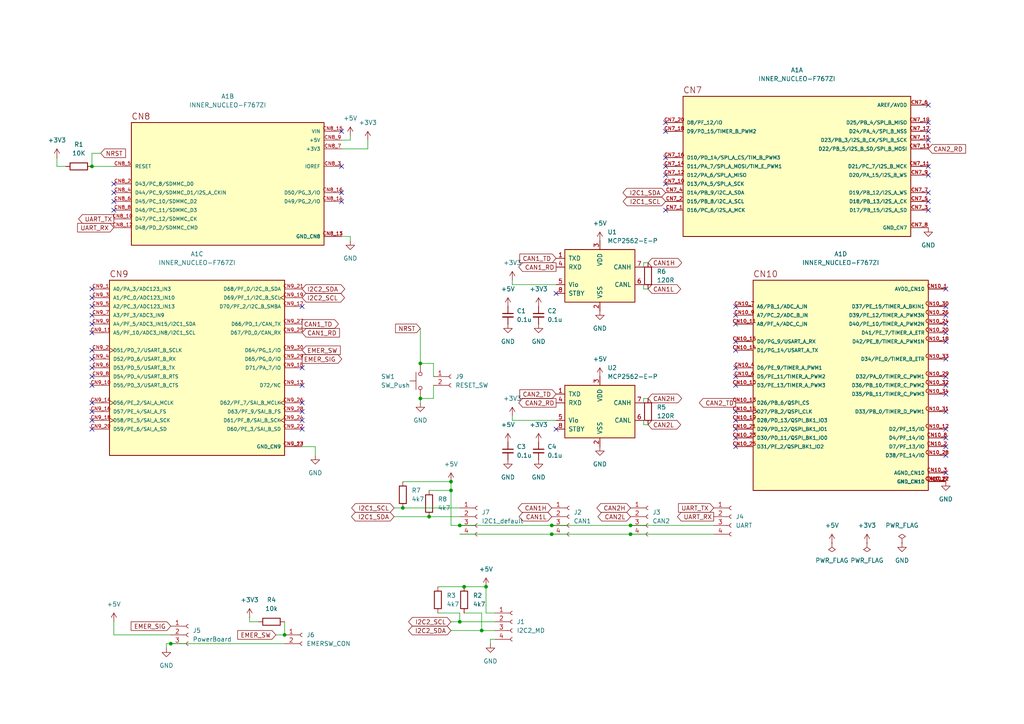
<source format=kicad_sch>
(kicad_sch (version 20231120) (generator "eeschema") (generator_version "8.0")
  (paper "A4")
  (lib_symbols
    (symbol "Connector:Conn_01x02_Socket" (pin_names (offset 1.016) hide)
      (property "Reference" "J" (at 0 2.54 0))
      (property "Value" "Conn_01x02_Socket" (at 0 -5.08 0))
      (symbol "Conn_01x02_Socket_1_1"
        (arc (start 0 -2.032) (mid -0.5058 -2.54) (end 0 -3.048) (stroke (width 0.1524)))
        (polyline (pts (xy -1.27 -2.54) (xy -0.508 -2.54)) (stroke (width 0.1524)))
        (polyline (pts (xy -1.27 0) (xy -0.508 0)) (stroke (width 0.1524)))
        (arc (start 0 0.508) (mid -0.5058 0) (end 0 -0.508) (stroke (width 0.1524)))
        (pin passive line (at -5.08 0 0) (length 3.81) (name "Pin_1") (number "1"))
        (pin passive line (at -5.08 -2.54 0) (length 3.81) (name "Pin_2") (number "2"))
      )
    )
    (symbol "Connector:Conn_01x03_Socket" (pin_names (offset 1.016) hide)
      (property "Reference" "J" (at 0 5.08 0))
      (property "Value" "Conn_01x03_Socket" (at 0 -5.08 0))
      (symbol "Conn_01x03_Socket_1_1"
        (arc (start 0 -2.032) (mid -0.5058 -2.54) (end 0 -3.048) (stroke (width 0.1524)))
        (polyline (pts (xy -1.27 -2.54) (xy -0.508 -2.54)) (stroke (width 0.1524)))
        (polyline (pts (xy -1.27 0) (xy -0.508 0)) (stroke (width 0.1524)))
        (polyline (pts (xy -1.27 2.54) (xy -0.508 2.54)) (stroke (width 0.1524)))
        (arc (start 0 0.508) (mid -0.5058 0) (end 0 -0.508) (stroke (width 0.1524)))
        (arc (start 0 3.048) (mid -0.5058 2.54) (end 0 2.032) (stroke (width 0.1524)))
        (pin passive line (at -5.08 2.54 0) (length 3.81) (name "Pin_1") (number "1"))
        (pin passive line (at -5.08 0 0) (length 3.81) (name "Pin_2") (number "2"))
        (pin passive line (at -5.08 -2.54 0) (length 3.81) (name "Pin_3") (number "3"))
      )
    )
    (symbol "Connector:Conn_01x04_Socket" (pin_names (offset 1.016) hide)
      (property "Reference" "J" (at 0 5.08 0))
      (property "Value" "Conn_01x04_Socket" (at 0 -7.62 0))
      (symbol "Conn_01x04_Socket_1_1"
        (arc (start 0 -4.572) (mid -0.5058 -5.08) (end 0 -5.588) (stroke (width 0.1524)))
        (arc (start 0 -2.032) (mid -0.5058 -2.54) (end 0 -3.048) (stroke (width 0.1524)))
        (polyline (pts (xy -1.27 -5.08) (xy -0.508 -5.08)) (stroke (width 0.1524)))
        (polyline (pts (xy -1.27 -2.54) (xy -0.508 -2.54)) (stroke (width 0.1524)))
        (polyline (pts (xy -1.27 0) (xy -0.508 0)) (stroke (width 0.1524)))
        (polyline (pts (xy -1.27 2.54) (xy -0.508 2.54)) (stroke (width 0.1524)))
        (arc (start 0 0.508) (mid -0.5058 0) (end 0 -0.508) (stroke (width 0.1524)))
        (arc (start 0 3.048) (mid -0.5058 2.54) (end 0 2.032) (stroke (width 0.1524)))
        (pin passive line (at -5.08 2.54 0) (length 3.81) (name "Pin_1") (number "1"))
        (pin passive line (at -5.08 0 0) (length 3.81) (name "Pin_2") (number "2"))
        (pin passive line (at -5.08 -2.54 0) (length 3.81) (name "Pin_3") (number "3"))
        (pin passive line (at -5.08 -5.08 0) (length 3.81) (name "Pin_4") (number "4"))
      )
    )
    (symbol "Device:C_Small" (pin_numbers hide) (pin_names (offset 0.254) hide)
      (property "Reference" "C" (at 0.254 1.778 0))
      (property "Value" "C_Small" (at 0.254 -2.032 0))
      (symbol "C_Small_0_1"
        (polyline (pts (xy -1.524 -0.508) (xy 1.524 -0.508)) (stroke (width 0.3302)))
        (polyline (pts (xy -1.524 0.508) (xy 1.524 0.508)) (stroke (width 0.3048)))
      )
      (symbol "C_Small_1_1"
        (pin passive line (at 0 2.54 270) (length 2.032) (name "~") (number "1"))
        (pin passive line (at 0 -2.54 90) (length 2.032) (name "~") (number "2"))
      )
    )
    (symbol "Device:R" (pin_numbers hide) (pin_names (offset 0))
      (property "Reference" "R" (at 2.032 0 90))
      (property "Value" "R" (at 0 0 90))
      (symbol "R_0_1"
        (rectangle (start -1.016 -2.54) (end 1.016 2.54) (stroke (width 0.254)))
      )
      (symbol "R_1_1"
        (pin passive line (at 0 3.81 270) (length 1.27) (name "~") (number "1"))
        (pin passive line (at 0 -3.81 90) (length 1.27) (name "~") (number "2"))
      )
    )
    (symbol "Interface_CAN_LIN:MCP2562-E-P" (pin_names (offset 1.016))
      (property "Reference" "U" (at -10.16 8.89 0))
      (property "Value" "MCP2562-E-P" (at 2.54 8.89 0))
      (symbol "MCP2562-E-P_0_1"
        (rectangle (start -10.16 7.62) (end 10.16 -7.62) (stroke (width 0.254)) (fill (type background)))
      )
      (symbol "MCP2562-E-P_1_1"
        (pin input line (at -12.7 5.08 0) (length 2.54) (name "TXD") (number "1"))
        (pin power_in line (at 0 -10.16 90) (length 2.54) (name "VSS") (number "2"))
        (pin power_in line (at 0 10.16 270) (length 2.54) (name "VDD") (number "3"))
        (pin output line (at -12.7 2.54 0) (length 2.54) (name "RXD") (number "4"))
        (pin power_in line (at -12.7 -2.54 0) (length 2.54) (name "Vio") (number "5"))
        (pin bidirectional line (at 12.7 -2.54 180) (length 2.54) (name "CANL") (number "6"))
        (pin bidirectional line (at 12.7 2.54 180) (length 2.54) (name "CANH") (number "7"))
        (pin input line (at -12.7 -5.08 0) (length 2.54) (name "STBY") (number "8"))
      )
    )
    (symbol "NUCLEO-F767ZI:INNER_NUCLEO-F767ZI" (pin_names (offset 1.016))
      (property "Reference" "A" (at -12.7 57.15 0))
      (property "Value" "INNER_NUCLEO-F767ZI" (at -12.7 -57.15 0))
      (symbol "INNER_NUCLEO-F767ZI_1_0"
        (rectangle (start -34.29 22.86) (end 31.75 -17.78) (stroke (width 0.254)) (fill (type background)))
        (text "CN7" (at -34.29 23.622 0) (effects (font (size 1.778 1.778)) (justify left bottom)))
        (pin bidirectional line (at -39.37 -10.16 0) (length 5.08) (name "D16/PC_6/I2S_A_MCK") (number "CN7_1"))
        (pin bidirectional line (at -39.37 -2.54 0) (length 5.08) (name "D13/PA_5/SPI_A_SCK") (number "CN7_10"))
        (pin bidirectional line (at 36.83 2.54 180) (length 5.08) (name "D21/PC_7/I2S_B_MCK") (number "CN7_11"))
        (pin bidirectional line (at -39.37 0 0) (length 5.08) (name "D12/PA_6/SPI_A_MISO") (number "CN7_12"))
        (pin bidirectional line (at 36.83 7.62 180) (length 5.08) (name "D22/PB_5/I2S_B_SD/SPI_B_MOSI") (number "CN7_13"))
        (pin bidirectional line (at -39.37 2.54 0) (length 5.08) (name "D11/PA_7/SPI_A_MOSI/TIM_E_PWM1") (number "CN7_14"))
        (pin bidirectional line (at 36.83 10.16 180) (length 5.08) (name "D23/PB_3/I2S_B_CK/SPI_B_SCK") (number "CN7_15"))
        (pin bidirectional line (at -39.37 5.08 0) (length 5.08) (name "D10/PD_14/SPI_A_CS/TIM_B_PWM3") (number "CN7_16"))
        (pin bidirectional line (at 36.83 12.7 180) (length 5.08) (name "D24/PA_4/SPI_B_NSS") (number "CN7_17"))
        (pin bidirectional line (at -39.37 12.7 0) (length 5.08) (name "D9/PD_15/TIMER_B_PWM2") (number "CN7_18"))
        (pin bidirectional line (at 36.83 15.24 180) (length 5.08) (name "D25/PB_4/SPI_B_MISO") (number "CN7_19"))
        (pin bidirectional line (at -39.37 -7.62 0) (length 5.08) (name "D15/PB_8/I2C_A_SCL") (number "CN7_2"))
        (pin bidirectional line (at -39.37 15.24 0) (length 5.08) (name "D8/PF_12/IO") (number "CN7_20"))
        (pin bidirectional line (at 36.83 -10.16 180) (length 5.08) (name "D17/PB_15/I2S_A_SD") (number "CN7_3"))
        (pin bidirectional line (at -39.37 -5.08 0) (length 5.08) (name "D14/PB_9/I2C_A_SDA") (number "CN7_4"))
        (pin bidirectional line (at 36.83 -7.62 180) (length 5.08) (name "D18/PB_13/I2S_A_CK") (number "CN7_5"))
        (pin power_in line (at 36.83 20.32 180) (length 5.08) (name "AREF/AVDD") (number "CN7_6"))
        (pin bidirectional line (at 36.83 -5.08 180) (length 5.08) (name "D19/PB_12/I2S_A_WS") (number "CN7_7"))
        (pin power_in line (at 36.83 -15.24 180) (length 5.08) (name "GND_CN7") (number "CN7_8"))
        (pin bidirectional line (at 36.83 0 180) (length 5.08) (name "D20/PA_15/I2S_B_WS") (number "CN7_9"))
      )
      (symbol "INNER_NUCLEO-F767ZI_2_0"
        (rectangle (start -29.21 19.05) (end 26.67 -16.51) (stroke (width 0.254)) (fill (type background)))
        (text "CN8" (at -29.21 19.812 0) (effects (font (size 1.778 1.778)) (justify left bottom)))
        (pin bidirectional line (at -34.29 -8.89 0) (length 5.08) (name "D47/PC_12/SDMMC_CK") (number "CN8_10"))
        (pin power_in line (at 31.75 -13.97 180) (length 5.08) (name "GND_CN8") (number "CN8_11"))
        (pin bidirectional line (at -34.29 -11.43 0) (length 5.08) (name "D48/PD_2/SDMMC_CMD") (number "CN8_12"))
        (pin power_in line (at 31.75 -13.97 180) (length 5.08) (name "GND_CN8") (number "CN8_13"))
        (pin bidirectional line (at 31.75 -3.81 180) (length 5.08) (name "D49/PG_2/IO") (number "CN8_14"))
        (pin power_in line (at 31.75 16.51 180) (length 5.08) (name "VIN") (number "CN8_15"))
        (pin bidirectional line (at 31.75 -1.27 180) (length 5.08) (name "D50/PG_3/IO") (number "CN8_16"))
        (pin bidirectional line (at -34.29 1.27 0) (length 5.08) (name "D43/PC_8/SDMMC_D0") (number "CN8_2"))
        (pin bidirectional line (at 31.75 6.35 180) (length 5.08) (name "IOREF") (number "CN8_3"))
        (pin bidirectional line (at -34.29 -1.27 0) (length 5.08) (name "D44/PC_9/SDMMC_D1/I2S_A_CKIN") (number "CN8_4"))
        (pin bidirectional line (at -34.29 6.35 0) (length 5.08) (name "RESET") (number "CN8_5"))
        (pin bidirectional line (at -34.29 -3.81 0) (length 5.08) (name "D45/PC_10/SDMMC_D2") (number "CN8_6"))
        (pin power_in line (at 31.75 11.43 180) (length 5.08) (name "+3V3") (number "CN8_7"))
        (pin bidirectional line (at -34.29 -6.35 0) (length 5.08) (name "D46/PC_11/SDMMC_D3") (number "CN8_8"))
        (pin power_in line (at 31.75 13.97 180) (length 5.08) (name "+5V") (number "CN8_9"))
      )
      (symbol "INNER_NUCLEO-F767ZI_3_0"
        (rectangle (start -25.4 27.94) (end 25.4 -22.86) (stroke (width 0.254)) (fill (type background)))
        (text "CN9" (at -25.4 28.702 0) (effects (font (size 1.778 1.778)) (justify left bottom)))
        (pin input line (at -30.48 25.4 0) (length 5.08) (name "A0/PA_3/ADC123_IN3") (number "CN9_1"))
        (pin bidirectional line (at -30.48 -2.54 0) (length 5.08) (name "D55/PD_3/USART_B_CTS") (number "CN9_10"))
        (pin input line (at -30.48 12.7 0) (length 5.08) (name "A5/PF_10/ADC3_IN8/I2C1_SCL") (number "CN9_11"))
        (pin power_in line (at 30.48 -20.32 180) (length 5.08) (name "GND_CN9") (number "CN9_12"))
        (pin bidirectional line (at 30.48 -2.54 180) (length 5.08) (name "D72/NC") (number "CN9_13"))
        (pin bidirectional clock (at -30.48 -7.62 0) (length 5.08) (name "D56/PE_2/SAI_A_MCLK") (number "CN9_14"))
        (pin bidirectional line (at 30.48 2.54 180) (length 5.08) (name "D71/PA_7/IO") (number "CN9_15"))
        (pin bidirectional line (at -30.48 -10.16 0) (length 5.08) (name "D57/PE_4/SAI_A_FS") (number "CN9_16"))
        (pin bidirectional line (at 30.48 20.32 180) (length 5.08) (name "D70/PF_2/I2C_B_SMBA") (number "CN9_17"))
        (pin bidirectional clock (at -30.48 -12.7 0) (length 5.08) (name "D58/PE_5/SAI_A_SCK") (number "CN9_18"))
        (pin bidirectional clock (at 30.48 22.86 180) (length 5.08) (name "D69/PF_1/I2C_B_SCL") (number "CN9_19"))
        (pin bidirectional clock (at -30.48 7.62 0) (length 5.08) (name "D51/PD_7/USART_B_SCLK") (number "CN9_2"))
        (pin bidirectional line (at -30.48 -15.24 0) (length 5.08) (name "D59/PE_6/SAI_A_SD") (number "CN9_20"))
        (pin bidirectional line (at 30.48 25.4 180) (length 5.08) (name "D68/PF_0/I2C_B_SDA") (number "CN9_21"))
        (pin bidirectional line (at 30.48 -15.24 180) (length 5.08) (name "D60/PE_3/SAI_B_SD") (number "CN9_22"))
        (pin power_in line (at 30.48 -20.32 180) (length 5.08) (name "GND_CN9") (number "CN9_23"))
        (pin bidirectional clock (at 30.48 -12.7 180) (length 5.08) (name "D61/PF_8/SAI_B_SCK") (number "CN9_24"))
        (pin input line (at 30.48 12.7 180) (length 5.08) (name "D67/PD_0/CAN_RX") (number "CN9_25"))
        (pin bidirectional clock (at 30.48 -7.62 180) (length 5.08) (name "D62/PF_7/SAI_B_MCLK") (number "CN9_26"))
        (pin output line (at 30.48 15.24 180) (length 5.08) (name "D66/PD_1/CAN_TX") (number "CN9_27"))
        (pin bidirectional line (at 30.48 -10.16 180) (length 5.08) (name "D63/PF_9/SAI_B_FS") (number "CN9_28"))
        (pin bidirectional line (at 30.48 5.08 180) (length 5.08) (name "D65/PG_0/IO") (number "CN9_29"))
        (pin input line (at -30.48 22.86 0) (length 5.08) (name "A1/PC_0/ADC123_IN10") (number "CN9_3"))
        (pin bidirectional line (at 30.48 7.62 180) (length 5.08) (name "D64/PG_1/IO") (number "CN9_30"))
        (pin bidirectional line (at -30.48 5.08 0) (length 5.08) (name "D52/PD_6/USART_B_RX") (number "CN9_4"))
        (pin input line (at -30.48 20.32 0) (length 5.08) (name "A2/PC_3/ADC123_IN13") (number "CN9_5"))
        (pin bidirectional line (at -30.48 2.54 0) (length 5.08) (name "D53/PD_5/USART_B_TX") (number "CN9_6"))
        (pin input line (at -30.48 17.78 0) (length 5.08) (name "A3/PF_3/ADC3_IN9") (number "CN9_7"))
        (pin bidirectional line (at -30.48 0 0) (length 5.08) (name "D54/PD_4/USART_B_RTS") (number "CN9_8"))
        (pin input line (at -30.48 15.24 0) (length 5.08) (name "A4/PF_5/ADC3_IN15/I2C1_SDA") (number "CN9_9"))
      )
      (symbol "INNER_NUCLEO-F767ZI_4_0"
        (rectangle (start -24.13 29.21) (end 26.67 -31.75) (stroke (width 0.254)) (fill (type background)))
        (text "CN10" (at -24.13 29.972 0) (effects (font (size 1.778 1.778)) (justify left bottom)))
        (pin power_in line (at 31.75 26.67 180) (length 5.08) (name "AVDD_CN10") (number "CN10_1"))
        (pin bidirectional line (at -29.21 -1.27 0) (length 5.08) (name "D3/PE_13/TIMER_A_PWM3") (number "CN10_10"))
        (pin input line (at -29.21 16.51 0) (length 5.08) (name "A8/PF_4/ADC_C_IN") (number "CN10_11"))
        (pin bidirectional line (at 31.75 -13.97 180) (length 5.08) (name "D2/PF_15/IO") (number "CN10_12"))
        (pin bidirectional line (at -29.21 -6.35 0) (length 5.08) (name "D26/PB_6/QSPI_CS") (number "CN10_13"))
        (pin output line (at -29.21 8.89 0) (length 5.08) (name "D1/PG_14/USART_A_TX") (number "CN10_14"))
        (pin bidirectional clock (at -29.21 -8.89 0) (length 5.08) (name "D27/PB_2/QSPI_CLK") (number "CN10_15"))
        (pin input line (at -29.21 11.43 0) (length 5.08) (name "D0/PG_9/USART_A_RX") (number "CN10_16"))
        (pin power_in line (at 31.75 -29.21 180) (length 5.08) (name "GND_CN10") (number "CN10_17"))
        (pin bidirectional line (at 31.75 11.43 180) (length 5.08) (name "D42/PE_8/TIMER_A_PWM1N") (number "CN10_18"))
        (pin bidirectional line (at -29.21 -11.43 0) (length 5.08) (name "D28/PD_13/QSPI_BK1_IO3") (number "CN10_19"))
        (pin bidirectional line (at 31.75 -19.05 180) (length 5.08) (name "D7/PF_13/IO") (number "CN10_2"))
        (pin bidirectional line (at 31.75 13.97 180) (length 5.08) (name "D41/PE_7/TIMER_A_ETR") (number "CN10_20"))
        (pin bidirectional line (at -29.21 -13.97 0) (length 5.08) (name "D29/PD_12/QSPI_BK1_IO1") (number "CN10_21"))
        (pin power_in line (at 31.75 -29.21 180) (length 5.08) (name "GND_CN10") (number "CN10_22"))
        (pin bidirectional line (at -29.21 -16.51 0) (length 5.08) (name "D30/PD_11/QSPI_BK1_IO0") (number "CN10_23"))
        (pin bidirectional line (at 31.75 16.51 180) (length 5.08) (name "D40/PE_10/TIMER_A_PWM2N") (number "CN10_24"))
        (pin bidirectional line (at -29.21 -19.05 0) (length 5.08) (name "D31/PE_2/QSPI_BK1_IO2") (number "CN10_25"))
        (pin bidirectional line (at 31.75 19.05 180) (length 5.08) (name "D39/PE_12/TIMER_A_PWM3N") (number "CN10_26"))
        (pin power_in line (at 31.75 -29.21 180) (length 5.08) (name "GND_CN10") (number "CN10_27"))
        (pin bidirectional line (at 31.75 -21.59 180) (length 5.08) (name "D38/PE_14/IO") (number "CN10_28"))
        (pin bidirectional line (at 31.75 1.27 180) (length 5.08) (name "D32/PA_0/TIMER_C_PWM1") (number "CN10_29"))
        (pin power_in line (at 31.75 -26.67 180) (length 5.08) (name "AGND_CN10") (number "CN10_3"))
        (pin bidirectional line (at 31.75 21.59 180) (length 5.08) (name "D37/PE_15/TIMER_A_BKIN1") (number "CN10_30"))
        (pin bidirectional line (at 31.75 -8.89 180) (length 5.08) (name "D33/PB_0/TIMER_D_PWM1") (number "CN10_31"))
        (pin bidirectional line (at 31.75 -1.27 180) (length 5.08) (name "D36/PB_10/TIMER_C_PWM2") (number "CN10_32"))
        (pin bidirectional line (at 31.75 6.35 180) (length 5.08) (name "D34/PE_0/TIMER_B_ETR") (number "CN10_33"))
        (pin bidirectional line (at 31.75 -3.81 180) (length 5.08) (name "D35/PB_11/TIMER_C_PWM3") (number "CN10_34"))
        (pin bidirectional line (at -29.21 3.81 0) (length 5.08) (name "D6/PE_9/TIMER_A_PWM1") (number "CN10_4"))
        (pin power_in line (at 31.75 -29.21 180) (length 5.08) (name "GND_CN10") (number "CN10_5"))
        (pin bidirectional line (at -29.21 1.27 0) (length 5.08) (name "D5/PE_11/TIMER_A_PWM2") (number "CN10_6"))
        (pin input line (at -29.21 21.59 0) (length 5.08) (name "A6/PB_1/ADC_A_IN") (number "CN10_7"))
        (pin bidirectional line (at 31.75 -16.51 180) (length 5.08) (name "D4/PF_14/IO") (number "CN10_8"))
        (pin input line (at -29.21 19.05 0) (length 5.08) (name "A7/PC_2/ADC_B_IN") (number "CN10_9"))
      )
    )
    (symbol "Switch:SW_Push" (pin_numbers hide) (pin_names (offset 1.016) hide)
      (property "Reference" "SW" (at 1.27 2.54 0))
      (property "Value" "SW_Push" (at 0 -1.524 0))
      (symbol "SW_Push_0_1"
        (circle (center -2.032 0) (radius 0.508))
        (polyline (pts (xy 0 1.27) (xy 0 3.048)))
        (polyline (pts (xy 2.54 1.27) (xy -2.54 1.27)))
        (circle (center 2.032 0) (radius 0.508))
        (pin passive line (at -5.08 0 0) (length 2.54) (name "1") (number "1"))
        (pin passive line (at 5.08 0 180) (length 2.54) (name "2") (number "2"))
      )
    )
    (symbol "power:+3V3" (power) (pin_numbers hide) (pin_names (offset 0) hide)
      (property "Value" "+3V3" (at 0 3.556 0))
      (symbol "+3V3_0_1"
        (polyline (pts (xy -0.762 1.27) (xy 0 2.54)))
        (polyline (pts (xy 0 0) (xy 0 2.54)))
        (polyline (pts (xy 0 2.54) (xy 0.762 1.27)))
      )
      (symbol "+3V3_1_1"
        (pin power_in line (at 0 0 90) (length 0) (name "~") (number "1"))
      )
    )
    (symbol "power:+5V" (power) (pin_numbers hide) (pin_names (offset 0) hide)
      (property "Value" "+5V" (at 0 3.556 0))
      (symbol "+5V_0_1"
        (polyline (pts (xy -0.762 1.27) (xy 0 2.54)))
        (polyline (pts (xy 0 0) (xy 0 2.54)))
        (polyline (pts (xy 0 2.54) (xy 0.762 1.27)))
      )
      (symbol "+5V_1_1"
        (pin power_in line (at 0 0 90) (length 0) (name "~") (number "1"))
      )
    )
    (symbol "power:GND" (power) (pin_numbers hide) (pin_names (offset 0) hide)
      (property "Value" "GND" (at 0 -3.81 0))
      (symbol "GND_0_1"
        (polyline (pts (xy 0 0) (xy 0 -1.27) (xy 1.27 -1.27) (xy 0 -2.54) (xy -1.27 -1.27) (xy 0 -1.27)))
      )
      (symbol "GND_1_1"
        (pin power_in line (at 0 0 270) (length 0) (name "~") (number "1"))
      )
    )
    (symbol "power:PWR_FLAG" (power) (pin_numbers hide) (pin_names (offset 0) hide)
      (property "Value" "PWR_FLAG" (at 0 3.81 0))
      (symbol "PWR_FLAG_0_0"
        (pin power_out line (at 0 0 90) (length 0) (name "~") (number "1"))
      )
      (symbol "PWR_FLAG_0_1"
        (polyline (pts (xy 0 0) (xy 0 1.27) (xy -1.016 1.905) (xy 0 2.54) (xy 1.016 1.905) (xy 0 1.27)))
      )
    )
  )
  (junction (at 133.35 152.4))
  (junction (at 124.46 149.86))
  (junction (at 140.97 170.18))
  (junction (at 49.53 186.69))
  (junction (at 182.88 154.94))
  (junction (at 160.02 154.94))
  (junction (at 133.35 180.34))
  (junction (at 182.88 152.4))
  (junction (at 116.84 147.32))
  (junction (at 26.67 48.26))
  (junction (at 82.55 184.15))
  (junction (at 121.92 115.57))
  (junction (at 139.7 182.88))
  (junction (at 121.92 105.41))
  (junction (at 130.81 142.24))
  (junction (at 130.81 139.7))
  (junction (at 134.62 170.18))
  (junction (at 160.02 152.4))
  (no_connect (at 87.63 111.76))
  (no_connect (at 274.32 114.3))
  (no_connect (at 99.06 58.42))
  (no_connect (at 193.04 48.26))
  (no_connect (at 99.06 48.26))
  (no_connect (at 213.36 101.6))
  (no_connect (at 193.04 60.96))
  (no_connect (at 193.04 50.8))
  (no_connect (at 87.63 116.84))
  (no_connect (at 269.24 55.88))
  (no_connect (at 269.24 35.56))
  (no_connect (at 213.36 121.92))
  (no_connect (at 33.02 60.96))
  (no_connect (at 87.63 119.38))
  (no_connect (at 274.32 88.9))
  (no_connect (at 269.24 50.8))
  (no_connect (at 269.24 30.48))
  (no_connect (at 26.67 83.82))
  (no_connect (at 26.67 119.38))
  (no_connect (at 26.67 96.52))
  (no_connect (at 87.63 124.46))
  (no_connect (at 213.36 88.9))
  (no_connect (at 274.32 137.16))
  (no_connect (at 99.06 38.1))
  (no_connect (at 213.36 127))
  (no_connect (at 193.04 35.56))
  (no_connect (at 213.36 93.98))
  (no_connect (at 26.67 101.6))
  (no_connect (at 26.67 86.36))
  (no_connect (at 269.24 60.96))
  (no_connect (at 213.36 99.06))
  (no_connect (at 269.24 38.1))
  (no_connect (at 33.02 55.88))
  (no_connect (at 33.02 58.42))
  (no_connect (at 193.04 38.1))
  (no_connect (at 213.36 124.46))
  (no_connect (at 274.32 83.82))
  (no_connect (at 274.32 99.06))
  (no_connect (at 26.67 106.68))
  (no_connect (at 33.02 53.34))
  (no_connect (at 99.06 55.88))
  (no_connect (at 26.67 91.44))
  (no_connect (at 87.63 106.68))
  (no_connect (at 87.63 121.92))
  (no_connect (at 193.04 53.34))
  (no_connect (at 213.36 119.38))
  (no_connect (at 269.24 58.42))
  (no_connect (at 274.32 132.08))
  (no_connect (at 26.67 116.84))
  (no_connect (at 213.36 106.68))
  (no_connect (at 213.36 109.22))
  (no_connect (at 26.67 111.76))
  (no_connect (at 274.32 124.46))
  (no_connect (at 193.04 45.72))
  (no_connect (at 26.67 124.46))
  (no_connect (at 213.36 129.54))
  (no_connect (at 26.67 109.22))
  (no_connect (at 213.36 91.44))
  (no_connect (at 269.24 40.64))
  (no_connect (at 274.32 104.14))
  (no_connect (at 274.32 96.52))
  (no_connect (at 26.67 93.98))
  (no_connect (at 161.29 124.46))
  (no_connect (at 87.63 88.9))
  (no_connect (at 274.32 93.98))
  (no_connect (at 213.36 111.76))
  (no_connect (at 274.32 127))
  (no_connect (at 161.29 85.09))
  (no_connect (at 26.67 121.92))
  (no_connect (at 26.67 88.9))
  (no_connect (at 274.32 111.76))
  (no_connect (at 274.32 109.22))
  (no_connect (at 274.32 129.54))
  (no_connect (at 26.67 104.14))
  (no_connect (at 274.32 119.38))
  (no_connect (at 274.32 91.44))
  (no_connect (at 269.24 48.26))
  (wire (pts (xy 130.81 152.4) (xy 133.35 152.4)))
  (wire (pts (xy 130.81 139.7) (xy 130.81 142.24)))
  (wire (pts (xy 101.6 40.64) (xy 101.6 39.37)))
  (wire (pts (xy 148.59 120.65) (xy 148.59 121.92)))
  (wire (pts (xy 182.88 154.94) (xy 207.01 154.94)))
  (wire (pts (xy 187.96 115.57) (xy 186.69 115.57)))
  (wire (pts (xy 82.55 180.34) (xy 82.55 184.15)))
  (wire (pts (xy 186.69 76.2) (xy 186.69 77.47)))
  (wire (pts (xy 116.84 147.32) (xy 133.35 147.32)))
  (wire (pts (xy 114.3 149.86) (xy 124.46 149.86)))
  (wire (pts (xy 99.06 43.18) (xy 106.68 43.18)))
  (wire (pts (xy 186.69 83.82) (xy 186.69 82.55)))
  (wire (pts (xy 130.81 180.34) (xy 133.35 180.34)))
  (wire (pts (xy 101.6 68.58) (xy 101.6 69.85)))
  (wire (pts (xy 125.73 111.76) (xy 125.73 115.57)))
  (wire (pts (xy 26.67 48.26) (xy 33.02 48.26)))
  (wire (pts (xy 125.73 109.22) (xy 125.73 105.41)))
  (wire (pts (xy 33.02 184.15) (xy 49.53 184.15)))
  (wire (pts (xy 114.3 147.32) (xy 116.84 147.32)))
  (wire (pts (xy 139.7 177.8) (xy 139.7 182.88)))
  (wire (pts (xy 80.01 184.15) (xy 82.55 184.15)))
  (wire (pts (xy 127 170.18) (xy 134.62 170.18)))
  (wire (pts (xy 106.68 43.18) (xy 106.68 40.64)))
  (wire (pts (xy 127 177.8) (xy 133.35 177.8)))
  (wire (pts (xy 148.59 81.28) (xy 148.59 82.55)))
  (wire (pts (xy 142.24 186.69) (xy 142.24 185.42)))
  (wire (pts (xy 99.06 68.58) (xy 101.6 68.58)))
  (wire (pts (xy 133.35 180.34) (xy 143.51 180.34)))
  (wire (pts (xy 187.96 76.2) (xy 186.69 76.2)))
  (wire (pts (xy 140.97 177.8) (xy 143.51 177.8)))
  (wire (pts (xy 29.21 44.45) (xy 26.67 44.45)))
  (wire (pts (xy 142.24 185.42) (xy 143.51 185.42)))
  (wire (pts (xy 160.02 154.94) (xy 182.88 154.94)))
  (wire (pts (xy 133.35 152.4) (xy 160.02 152.4)))
  (wire (pts (xy 133.35 154.94) (xy 160.02 154.94)))
  (wire (pts (xy 130.81 142.24) (xy 130.81 152.4)))
  (wire (pts (xy 130.81 182.88) (xy 139.7 182.88)))
  (wire (pts (xy 33.02 180.34) (xy 33.02 184.15)))
  (wire (pts (xy 116.84 139.7) (xy 130.81 139.7)))
  (wire (pts (xy 134.62 177.8) (xy 139.7 177.8)))
  (wire (pts (xy 72.39 180.34) (xy 74.93 180.34)))
  (wire (pts (xy 99.06 40.64) (xy 101.6 40.64)))
  (wire (pts (xy 125.73 115.57) (xy 121.92 115.57)))
  (wire (pts (xy 148.59 82.55) (xy 161.29 82.55)))
  (wire (pts (xy 121.92 116.84) (xy 121.92 115.57)))
  (wire (pts (xy 125.73 105.41) (xy 121.92 105.41)))
  (wire (pts (xy 16.51 45.72) (xy 16.51 48.26)))
  (wire (pts (xy 160.02 152.4) (xy 182.88 152.4)))
  (wire (pts (xy 48.26 186.69) (xy 49.53 186.69)))
  (wire (pts (xy 139.7 182.88) (xy 143.51 182.88)))
  (wire (pts (xy 182.88 152.4) (xy 207.01 152.4)))
  (wire (pts (xy 16.51 48.26) (xy 19.05 48.26)))
  (wire (pts (xy 48.26 187.96) (xy 48.26 186.69)))
  (wire (pts (xy 26.67 44.45) (xy 26.67 48.26)))
  (wire (pts (xy 121.92 95.25) (xy 121.92 105.41)))
  (wire (pts (xy 72.39 179.07) (xy 72.39 180.34)))
  (wire (pts (xy 148.59 121.92) (xy 161.29 121.92)))
  (wire (pts (xy 124.46 149.86) (xy 133.35 149.86)))
  (wire (pts (xy 133.35 177.8) (xy 133.35 180.34)))
  (wire (pts (xy 124.46 142.24) (xy 130.81 142.24)))
  (wire (pts (xy 91.44 129.54) (xy 87.63 129.54)))
  (wire (pts (xy 186.69 115.57) (xy 186.69 116.84)))
  (wire (pts (xy 186.69 123.19) (xy 186.69 121.92)))
  (wire (pts (xy 91.44 132.08) (xy 91.44 129.54)))
  (wire (pts (xy 186.69 123.19) (xy 187.96 123.19)))
  (wire (pts (xy 134.62 170.18) (xy 140.97 170.18)))
  (wire (pts (xy 186.69 83.82) (xy 187.96 83.82)))
  (wire (pts (xy 140.97 170.18) (xy 140.97 177.8)))
  (wire (pts (xy 49.53 186.69) (xy 82.55 186.69)))
  (global_label "UART_TX" (shape input) (at 207.01 147.32 180) (property "Intersheetrefs" "${INTERSHEET_REFS}" (effects (hide yes))))
  (global_label "NRST" (shape input) (at 29.21 44.45 0) (property "Intersheetrefs" "${INTERSHEET_REFS}" (effects (hide yes))))
  (global_label "CAN2_TD" (shape output) (at 213.36 116.84 180) (property "Intersheetrefs" "${INTERSHEET_REFS}" (effects (hide yes))))
  (global_label "CAN2L" (shape bidirectional) (at 187.96 123.19 0) (property "Intersheetrefs" "${INTERSHEET_REFS}" (effects (hide yes))))
  (global_label "I2C2_SCL" (shape bidirectional) (at 130.81 180.34 180) (property "Intersheetrefs" "${INTERSHEET_REFS}" (effects (hide yes))))
  (global_label "I2C1_SCL" (shape bidirectional) (at 193.04 58.42 180) (property "Intersheetrefs" "${INTERSHEET_REFS}" (effects (hide yes))))
  (global_label "UART_RX" (shape output) (at 207.01 149.86 180) (property "Intersheetrefs" "${INTERSHEET_REFS}" (effects (hide yes))))
  (global_label "I2C1_SDA" (shape bidirectional) (at 193.04 55.88 180) (property "Intersheetrefs" "${INTERSHEET_REFS}" (effects (hide yes))))
  (global_label "EMER_SIG" (shape input) (at 49.53 181.61 180) (property "Intersheetrefs" "${INTERSHEET_REFS}" (effects (hide yes))))
  (global_label "CAN2L" (shape bidirectional) (at 182.88 149.86 180) (property "Intersheetrefs" "${INTERSHEET_REFS}" (effects (hide yes))))
  (global_label "I2C2_SDA" (shape bidirectional) (at 130.81 182.88 180) (property "Intersheetrefs" "${INTERSHEET_REFS}" (effects (hide yes))))
  (global_label "EMER_SW" (shape input) (at 87.63 101.6 0) (property "Intersheetrefs" "${INTERSHEET_REFS}" (effects (hide yes))))
  (global_label "UART_TX" (shape output) (at 33.02 63.5 180) (property "Intersheetrefs" "${INTERSHEET_REFS}" (effects (hide yes))))
  (global_label "CAN1_RD" (shape output) (at 161.29 77.47 180) (property "Intersheetrefs" "${INTERSHEET_REFS}" (effects (hide yes))))
  (global_label "I2C2_SDA" (shape bidirectional) (at 87.63 83.82 0) (property "Intersheetrefs" "${INTERSHEET_REFS}" (effects (hide yes))))
  (global_label "I2C1_SDA" (shape bidirectional) (at 114.3 149.86 180) (property "Intersheetrefs" "${INTERSHEET_REFS}" (effects (hide yes))))
  (global_label "CAN2_TD" (shape input) (at 161.29 114.3 180) (property "Intersheetrefs" "${INTERSHEET_REFS}" (effects (hide yes))))
  (global_label "CAN1H" (shape bidirectional) (at 187.96 76.2 0) (property "Intersheetrefs" "${INTERSHEET_REFS}" (effects (hide yes))))
  (global_label "CAN2_RD" (shape output) (at 161.29 116.84 180) (property "Intersheetrefs" "${INTERSHEET_REFS}" (effects (hide yes))))
  (global_label "CAN2H" (shape bidirectional) (at 187.96 115.57 0) (property "Intersheetrefs" "${INTERSHEET_REFS}" (effects (hide yes))))
  (global_label "CAN2_RD" (shape input) (at 269.24 43.18 0) (property "Intersheetrefs" "${INTERSHEET_REFS}" (effects (hide yes))))
  (global_label "CAN1L" (shape bidirectional) (at 187.96 83.82 0) (property "Intersheetrefs" "${INTERSHEET_REFS}" (effects (hide yes))))
  (global_label "I2C2_SCL" (shape bidirectional) (at 87.63 86.36 0) (property "Intersheetrefs" "${INTERSHEET_REFS}" (effects (hide yes))))
  (global_label "CAN1_TD" (shape input) (at 161.29 74.93 180) (property "Intersheetrefs" "${INTERSHEET_REFS}" (effects (hide yes))))
  (global_label "CAN1H" (shape bidirectional) (at 160.02 147.32 180) (property "Intersheetrefs" "${INTERSHEET_REFS}" (effects (hide yes))))
  (global_label "UART_RX" (shape input) (at 33.02 66.04 180) (property "Intersheetrefs" "${INTERSHEET_REFS}" (effects (hide yes))))
  (global_label "EMER_SW" (shape input) (at 80.01 184.15 180) (property "Intersheetrefs" "${INTERSHEET_REFS}" (effects (hide yes))))
  (global_label "CAN2H" (shape bidirectional) (at 182.88 147.32 180) (property "Intersheetrefs" "${INTERSHEET_REFS}" (effects (hide yes))))
  (global_label "CAN1L" (shape bidirectional) (at 160.02 149.86 180) (property "Intersheetrefs" "${INTERSHEET_REFS}" (effects (hide yes))))
  (global_label "CAN1_RD" (shape input) (at 87.63 96.52 0) (property "Intersheetrefs" "${INTERSHEET_REFS}" (effects (hide yes))))
  (global_label "I2C1_SCL" (shape bidirectional) (at 114.3 147.32 180) (property "Intersheetrefs" "${INTERSHEET_REFS}" (effects (hide yes))))
  (global_label "CAN1_TD" (shape output) (at 87.63 93.98 0) (property "Intersheetrefs" "${INTERSHEET_REFS}" (effects (hide yes))))
  (global_label "NRST" (shape input) (at 121.92 95.25 180) (property "Intersheetrefs" "${INTERSHEET_REFS}" (effects (hide yes))))
  (global_label "EMER_SIG" (shape output) (at 87.63 104.14 0) (property "Intersheetrefs" "${INTERSHEET_REFS}" (effects (hide yes))))
  (symbol (lib_id "Connector:Conn_01x04_Socket") (at 148.59 180.34 0) (unit 1)
    (property "Reference" "J1" (at 149.86 180.3399 0) (effects (justify left)))
    (property "Value" "I2C2_MD" (at 149.86 182.8799 0) (effects (justify left)))
    (property "Footprint" "Connector_JST:JST_XA_B04B-XASK-1_1x04_P2.50mm_Vertical" (effects (hide yes)))
    (property "Description" "Generic connector, single row, 01x04, script generated" (effects (hide yes)))
  )
  (symbol (lib_id "power:+5V") (at 140.97 170.18 0) (unit 1)
    (property "Reference" "#PWR012" (effects (hide yes)))
    (property "Value" "+5V" (at 140.97 165.1 0))
    (property "Description" "Power symbol creates a global label with name \"+5V\"" (effects (hide yes)))
  )
  (symbol (lib_id "Connector:Conn_01x04_Socket") (at 187.96 149.86 0) (unit 1)
    (property "Reference" "J3" (at 189.23 148.59 0) (effects (justify left)))
    (property "Value" "CAN2" (at 189.23 151.13 0) (effects (justify left)))
    (property "Footprint" "Connector_JST:JST_XA_B04B-XASK-1_1x04_P2.50mm_Vertical" (effects (hide yes)))
    (property "Description" "Generic connector, single row, 01x04, script generated" (effects (hide yes)))
  )
  (symbol (lib_id "Device:C_Small") (at 156.21 91.44 0) (unit 1)
    (property "Reference" "C2" (at 158.75 90.1762 0) (effects (justify left)))
    (property "Value" "0.1u" (at 158.75 92.7162 0) (effects (justify left)))
    (property "Description" "Unpolarized capacitor, small symbol" (effects (hide yes)))
  )
  (symbol (lib_id "power:GND") (at 173.99 90.17 0) (unit 1)
    (property "Reference" "#PWR010" (effects (hide yes)))
    (property "Value" "GND" (at 173.99 95.25 0))
    (property "Description" "Power symbol creates a global label with name \"GND\" , ground" (effects (hide yes)))
  )
  (symbol (lib_id "Device:R") (at 187.96 119.38 0) (unit 1)
    (property "Reference" "R5" (at 190.5 118.1099 0) (effects (justify left)))
    (property "Value" "120R" (at 190.5 120.6499 0) (effects (justify left)))
    (property "Footprint" "Resistor_THT:R_Axial_DIN0207_L6.3mm_D2.5mm_P7.62mm_Horizontal" (effects (hide yes)))
    (property "Description" "Resistor" (effects (hide yes)))
  )
  (symbol (lib_id "power:+3V3") (at 156.21 128.27 0) (unit 1)
    (property "Reference" "#PWR026" (effects (hide yes)))
    (property "Value" "+3V3" (at 156.21 123.19 0))
    (property "Description" "Power symbol creates a global label with name \"+3V3\"" (effects (hide yes)))
  )
  (symbol (lib_id "power:GND") (at 269.24 66.04 0) (unit 1)
    (property "Reference" "#PWR020" (effects (hide yes)))
    (property "Value" "GND" (at 269.24 71.12 0))
    (property "Description" "Power symbol creates a global label with name \"GND\" , ground" (effects (hide yes)))
  )
  (symbol (lib_id "power:GND") (at 147.32 133.35 0) (unit 1)
    (property "Reference" "#PWR028" (effects (hide yes)))
    (property "Value" "GND" (at 147.32 138.43 0))
    (property "Description" "Power symbol creates a global label with name \"GND\" , ground" (effects (hide yes)))
  )
  (symbol (lib_id "power:+5V") (at 173.99 69.85 0) (unit 1)
    (property "Reference" "#PWR09" (effects (hide yes)))
    (property "Value" "+5V" (at 173.99 64.77 0))
    (property "Description" "Power symbol creates a global label with name \"+5V\"" (effects (hide yes)))
  )
  (symbol (lib_id "Switch:SW_Push") (at 121.92 110.49 90) (unit 1)
    (property "Reference" "SW1" (at 110.49 109.22 90) (effects (justify right)))
    (property "Value" "SW_Push" (at 110.49 111.76 90) (effects (justify right)))
    (property "Footprint" "Button_Switch_THT:SW_PUSH_6mm" (effects (hide yes)))
    (property "Description" "Push button switch, generic, two pins" (effects (hide yes)))
  )
  (symbol (lib_id "power:GND") (at 147.32 93.98 0) (unit 1)
    (property "Reference" "#PWR030" (effects (hide yes)))
    (property "Value" "GND" (at 147.32 99.06 0))
    (property "Description" "Power symbol creates a global label with name \"GND\" , ground" (effects (hide yes)))
  )
  (symbol (lib_id "Device:R") (at 116.84 143.51 0) (unit 1)
    (property "Reference" "R7" (at 119.38 142.2399 0) (effects (justify left)))
    (property "Value" "4k7" (at 119.38 144.7799 0) (effects (justify left)))
    (property "Footprint" "Resistor_THT:R_Axial_DIN0207_L6.3mm_D2.5mm_P7.62mm_Horizontal" (effects (hide yes)))
    (property "Description" "Resistor" (effects (hide yes)))
  )
  (symbol (lib_id "power:GND") (at 173.99 129.54 0) (unit 1)
    (property "Reference" "#PWR025" (effects (hide yes)))
    (property "Value" "GND" (at 173.99 134.62 0))
    (property "Description" "Power symbol creates a global label with name \"GND\" , ground" (effects (hide yes)))
  )
  (symbol (lib_id "power:+5V") (at 147.32 88.9 0) (unit 1)
    (property "Reference" "#PWR022" (effects (hide yes)))
    (property "Value" "+5V" (at 147.32 83.82 0))
    (property "Description" "Power symbol creates a global label with name \"+5V\"" (effects (hide yes)))
  )
  (symbol (lib_id "power:+3V3") (at 251.46 157.48 0) (unit 1)
    (property "Reference" "#PWR06" (effects (hide yes)))
    (property "Value" "+3V3" (at 251.46 152.4 0))
    (property "Description" "Power symbol creates a global label with name \"+3V3\"" (effects (hide yes)))
  )
  (symbol (lib_id "power:GND") (at 91.44 132.08 0) (unit 1)
    (property "Reference" "#PWR04" (effects (hide yes)))
    (property "Value" "GND" (at 91.44 137.16 0))
    (property "Description" "Power symbol creates a global label with name \"GND\" , ground" (effects (hide yes)))
  )
  (symbol (lib_id "Connector:Conn_01x02_Socket") (at 130.81 109.22 0) (unit 1)
    (property "Reference" "J9" (at 132.08 109.2199 0) (effects (justify left)))
    (property "Value" "RESET_SW" (at 132.08 111.7599 0) (effects (justify left)))
    (property "Footprint" "Connector_JST:JST_XA_B02B-XASK-1_1x02_P2.50mm_Vertical" (effects (hide yes)))
    (property "Description" "Generic connector, single row, 01x02, script generated" (effects (hide yes)))
  )
  (symbol (lib_id "Connector:Conn_01x04_Socket") (at 212.09 149.86 0) (unit 1)
    (property "Reference" "J4" (at 213.36 149.8599 0) (effects (justify left)))
    (property "Value" "UART" (at 213.36 152.3999 0) (effects (justify left)))
    (property "Footprint" "Connector_JST:JST_XA_B04B-XASK-1_1x04_P2.50mm_Vertical" (effects (hide yes)))
    (property "Description" "Generic connector, single row, 01x04, script generated" (effects (hide yes)))
  )
  (symbol (lib_id "power:+5V") (at 147.32 128.27 0) (unit 1)
    (property "Reference" "#PWR021" (effects (hide yes)))
    (property "Value" "+5V" (at 147.32 123.19 0))
    (property "Description" "Power symbol creates a global label with name \"+5V\"" (effects (hide yes)))
  )
  (symbol (lib_id "power:+3V3") (at 148.59 120.65 0) (unit 1)
    (property "Reference" "#PWR023" (effects (hide yes)))
    (property "Value" "+3V3" (at 148.59 115.57 0))
    (property "Description" "Power symbol creates a global label with name \"+3V3\"" (effects (hide yes)))
  )
  (symbol (lib_id "Device:R") (at 124.46 146.05 0) (unit 1)
    (property "Reference" "R8" (at 127 144.7799 0) (effects (justify left)))
    (property "Value" "4k7" (at 127 147.3199 0) (effects (justify left)))
    (property "Footprint" "Resistor_THT:R_Axial_DIN0207_L6.3mm_D2.5mm_P7.62mm_Horizontal" (effects (hide yes)))
    (property "Description" "Resistor" (effects (hide yes)))
  )
  (symbol (lib_id "Device:R") (at 22.86 48.26 90) (unit 1)
    (property "Reference" "R1" (at 22.86 41.91 90))
    (property "Value" "10K" (at 22.86 44.45 90))
    (property "Footprint" "Resistor_THT:R_Axial_DIN0207_L6.3mm_D2.5mm_P7.62mm_Horizontal" (effects (hide yes)))
    (property "Description" "Resistor" (effects (hide yes)))
  )
  (symbol (lib_id "power:+3V3") (at 156.21 88.9 0) (unit 1)
    (property "Reference" "#PWR027" (effects (hide yes)))
    (property "Value" "+3V3" (at 156.21 83.82 0))
    (property "Description" "Power symbol creates a global label with name \"+3V3\"" (effects (hide yes)))
  )
  (symbol (lib_id "power:+5V") (at 173.99 109.22 0) (unit 1)
    (property "Reference" "#PWR024" (effects (hide yes)))
    (property "Value" "+5V" (at 173.99 104.14 0))
    (property "Description" "Power symbol creates a global label with name \"+5V\"" (effects (hide yes)))
  )
  (symbol (lib_id "Device:C_Small") (at 156.21 130.81 0) (unit 1)
    (property "Reference" "C4" (at 158.75 129.5462 0) (effects (justify left)))
    (property "Value" "0.1u" (at 158.75 132.0862 0) (effects (justify left)))
    (property "Description" "Unpolarized capacitor, small symbol" (effects (hide yes)))
  )
  (symbol (lib_id "power:GND") (at 156.21 93.98 0) (unit 1)
    (property "Reference" "#PWR031" (effects (hide yes)))
    (property "Value" "GND" (at 156.21 99.06 0))
    (property "Description" "Power symbol creates a global label with name \"GND\" , ground" (effects (hide yes)))
  )
  (symbol (lib_id "Interface_CAN_LIN:MCP2562-E-P") (at 173.99 80.01 0) (unit 1)
    (property "Reference" "U1" (at 176.1841 67.31 0) (effects (justify left)))
    (property "Value" "MCP2562-E-P" (at 176.1841 69.85 0) (effects (justify left)))
    (property "Footprint" "Package_DIP:DIP-8_W7.62mm" (effects (hide yes)))
    (property "Datasheet" "http://ww1.microchip.com/downloads/en/DeviceDoc/25167A.pdf" (effects (hide yes)))
    (property "Description" "High-Speed CAN Transceiver, 1Mbps, 5V supply, Vio pin, -40C to +125C, DIP-8" (effects (hide yes)))
  )
  (symbol (lib_id "NUCLEO-F767ZI:INNER_NUCLEO-F767ZI") (at 67.31 54.61 0) (unit 2)
    (property "Reference" "A1" (at 66.04 27.94 0))
    (property "Value" "INNER_NUCLEO-F767ZI" (at 66.04 30.48 0))
    (property "Footprint" "NUCLEO-F767ZI:INNER_ST_NUCLEO-F767ZI" (effects (hide yes)))
    (property "Description" "Only CN7-CN10(NOT extended)" (effects (hide yes)))
    (property "MF" "STMicroelectronics" (effects (hide yes)))
    (property "MAXIMUM_PACKAGE_HEIGHT" "N/A" (effects (hide yes)))
    (property "Package" "None" (effects (hide yes)))
    (property "Price" "None" (effects (hide yes)))
    (property "Check_prices" "https://www.snapeda.com/parts/NUCLEO-F767ZI/STMicroelectronics/view-part/?ref=eda" (effects (hide yes)))
    (property "STANDARD" "Manufacturer Recommendations" (effects (hide yes)))
    (property "PARTREV" "7" (effects (hide yes)))
    (property "SnapEDA_Link" "https://www.snapeda.com/parts/NUCLEO-F767ZI/STMicroelectronics/view-part/?ref=snap" (effects (hide yes)))
    (property "MP" "NUCLEO-F767ZI" (effects (hide yes)))
    (property "Purchase-URL" "https://www.snapeda.com/api/url_track_click_mouser/?unipart_id=562019&manufacturer=STMicroelectronics&part_name=NUCLEO-F767ZI&search_term=None" (effects (hide yes)))
    (property "Availability" "In Stock" (effects (hide yes)))
    (property "MANUFACTURER" "STMicroelectronics" (effects (hide yes)))
  )
  (symbol (lib_id "NUCLEO-F767ZI:INNER_NUCLEO-F767ZI") (at 232.41 50.8 0) (unit 1)
    (property "Reference" "A1" (at 231.14 20.32 0))
    (property "Value" "INNER_NUCLEO-F767ZI" (at 231.14 22.86 0))
    (property "Footprint" "NUCLEO-F767ZI:INNER_ST_NUCLEO-F767ZI" (effects (hide yes)))
    (property "Description" "Only CN7-CN10(NOT extended)" (effects (hide yes)))
    (property "MF" "STMicroelectronics" (effects (hide yes)))
    (property "MAXIMUM_PACKAGE_HEIGHT" "N/A" (effects (hide yes)))
    (property "Package" "None" (effects (hide yes)))
    (property "Price" "None" (effects (hide yes)))
    (property "Check_prices" "https://www.snapeda.com/parts/NUCLEO-F767ZI/STMicroelectronics/view-part/?ref=eda" (effects (hide yes)))
    (property "STANDARD" "Manufacturer Recommendations" (effects (hide yes)))
    (property "PARTREV" "7" (effects (hide yes)))
    (property "SnapEDA_Link" "https://www.snapeda.com/parts/NUCLEO-F767ZI/STMicroelectronics/view-part/?ref=snap" (effects (hide yes)))
    (property "MP" "NUCLEO-F767ZI" (effects (hide yes)))
    (property "Purchase-URL" "https://www.snapeda.com/api/url_track_click_mouser/?unipart_id=562019&manufacturer=STMicroelectronics&part_name=NUCLEO-F767ZI&search_term=None" (effects (hide yes)))
    (property "Availability" "In Stock" (effects (hide yes)))
    (property "MANUFACTURER" "STMicroelectronics" (effects (hide yes)))
  )
  (symbol (lib_id "power:PWR_FLAG") (at 251.46 157.48 180) (unit 1)
    (property "Reference" "#FLG02" (effects (hide yes)))
    (property "Value" "PWR_FLAG" (at 251.46 162.56 0))
    (property "Description" "Special symbol for telling ERC where power comes from" (effects (hide yes)))
  )
  (symbol (lib_id "power:GND") (at 101.6 69.85 0) (unit 1)
    (property "Reference" "#PWR03" (effects (hide yes)))
    (property "Value" "GND" (at 101.6 74.93 0))
    (property "Description" "Power symbol creates a global label with name \"GND\" , ground" (effects (hide yes)))
  )
  (symbol (lib_id "Device:R") (at 187.96 80.01 0) (unit 1)
    (property "Reference" "R6" (at 190.5 78.7399 0) (effects (justify left)))
    (property "Value" "120R" (at 190.5 81.2799 0) (effects (justify left)))
    (property "Footprint" "Resistor_THT:R_Axial_DIN0207_L6.3mm_D2.5mm_P7.62mm_Horizontal" (effects (hide yes)))
    (property "Description" "Resistor" (effects (hide yes)))
  )
  (symbol (lib_id "Interface_CAN_LIN:MCP2562-E-P") (at 173.99 119.38 0) (unit 1)
    (property "Reference" "U2" (at 176.1841 106.68 0) (effects (justify left)))
    (property "Value" "MCP2562-E-P" (at 176.1841 109.22 0) (effects (justify left)))
    (property "Footprint" "Package_DIP:DIP-8_W7.62mm" (effects (hide yes)))
    (property "Datasheet" "http://ww1.microchip.com/downloads/en/DeviceDoc/25167A.pdf" (effects (hide yes)))
    (property "Description" "High-Speed CAN Transceiver, 1Mbps, 5V supply, Vio pin, -40C to +125C, DIP-8" (effects (hide yes)))
  )
  (symbol (lib_id "power:GND") (at 48.26 187.96 0) (unit 1)
    (property "Reference" "#PWR016" (effects (hide yes)))
    (property "Value" "GND" (at 48.26 193.04 0))
    (property "Description" "Power symbol creates a global label with name \"GND\" , ground" (effects (hide yes)))
  )
  (symbol (lib_id "power:GND") (at 121.92 116.84 0) (unit 1)
    (property "Reference" "#PWR015" (effects (hide yes)))
    (property "Value" "GND" (at 121.92 121.92 0))
    (property "Description" "Power symbol creates a global label with name \"GND\" , ground" (effects (hide yes)))
  )
  (symbol (lib_id "Connector:Conn_01x04_Socket") (at 138.43 149.86 0) (unit 1)
    (property "Reference" "J7" (at 139.7 148.59 0) (effects (justify left)))
    (property "Value" "I2C1_default" (at 139.7 151.13 0) (effects (justify left)))
    (property "Description" "Generic connector, single row, 01x04, script generated" (effects (hide yes)))
  )
  (symbol (lib_id "power:GND") (at 261.62 157.48 0) (unit 1)
    (property "Reference" "#PWR05" (effects (hide yes)))
    (property "Value" "GND" (at 261.62 162.56 0))
    (property "Description" "Power symbol creates a global label with name \"GND\" , ground" (effects (hide yes)))
  )
  (symbol (lib_id "power:+5V") (at 101.6 39.37 0) (unit 1)
    (property "Reference" "#PWR01" (effects (hide yes)))
    (property "Value" "+5V" (at 101.6 34.29 0))
    (property "Description" "Power symbol creates a global label with name \"+5V\"" (effects (hide yes)))
  )
  (symbol (lib_id "NUCLEO-F767ZI:INNER_NUCLEO-F767ZI") (at 57.15 109.22 0) (unit 3)
    (property "Reference" "A1" (at 57.15 73.66 0))
    (property "Value" "INNER_NUCLEO-F767ZI" (at 57.15 76.2 0))
    (property "Footprint" "NUCLEO-F767ZI:INNER_ST_NUCLEO-F767ZI" (effects (hide yes)))
    (property "Description" "Only CN7-CN10(NOT extended)" (effects (hide yes)))
    (property "MF" "STMicroelectronics" (effects (hide yes)))
    (property "MAXIMUM_PACKAGE_HEIGHT" "N/A" (effects (hide yes)))
    (property "Package" "None" (effects (hide yes)))
    (property "Price" "None" (effects (hide yes)))
    (property "Check_prices" "https://www.snapeda.com/parts/NUCLEO-F767ZI/STMicroelectronics/view-part/?ref=eda" (effects (hide yes)))
    (property "STANDARD" "Manufacturer Recommendations" (effects (hide yes)))
    (property "PARTREV" "7" (effects (hide yes)))
    (property "SnapEDA_Link" "https://www.snapeda.com/parts/NUCLEO-F767ZI/STMicroelectronics/view-part/?ref=snap" (effects (hide yes)))
    (property "MP" "NUCLEO-F767ZI" (effects (hide yes)))
    (property "Purchase-URL" "https://www.snapeda.com/api/url_track_click_mouser/?unipart_id=562019&manufacturer=STMicroelectronics&part_name=NUCLEO-F767ZI&search_term=None" (effects (hide yes)))
    (property "Availability" "In Stock" (effects (hide yes)))
    (property "MANUFACTURER" "STMicroelectronics" (effects (hide yes)))
  )
  (symbol (lib_id "Device:C_Small") (at 147.32 91.44 0) (unit 1)
    (property "Reference" "C1" (at 149.86 90.1762 0) (effects (justify left)))
    (property "Value" "0.1u" (at 149.86 92.7162 0) (effects (justify left)))
    (property "Description" "Unpolarized capacitor, small symbol" (effects (hide yes)))
  )
  (symbol (lib_id "power:GND") (at 274.32 139.7 0) (unit 1)
    (property "Reference" "#PWR019" (effects (hide yes)))
    (property "Value" "GND" (at 274.32 144.78 0))
    (property "Description" "Power symbol creates a global label with name \"GND\" , ground" (effects (hide yes)))
  )
  (symbol (lib_id "Device:R") (at 78.74 180.34 90) (unit 1)
    (property "Reference" "R4" (at 78.74 173.99 90))
    (property "Value" "10k" (at 78.74 176.53 90))
    (property "Footprint" "Resistor_THT:R_Axial_DIN0207_L6.3mm_D2.5mm_P7.62mm_Horizontal" (effects (hide yes)))
    (property "Description" "Resistor" (effects (hide yes)))
  )
  (symbol (lib_id "Connector:Conn_01x03_Socket") (at 54.61 184.15 0) (unit 1)
    (property "Reference" "J5" (at 55.88 182.8799 0) (effects (justify left)))
    (property "Value" "PowerBoard" (at 55.88 185.4199 0) (effects (justify left)))
    (property "Footprint" "Connector_JST:JST_XA_B03B-XASK-1_1x03_P2.50mm_Vertical" (effects (hide yes)))
    (property "Description" "Generic connector, single row, 01x03, script generated" (effects (hide yes)))
  )
  (symbol (lib_id "power:PWR_FLAG") (at 241.3 157.48 180) (unit 1)
    (property "Reference" "#FLG01" (effects (hide yes)))
    (property "Value" "PWR_FLAG" (at 241.3 162.56 0))
    (property "Description" "Special symbol for telling ERC where power comes from" (effects (hide yes)))
  )
  (symbol (lib_id "NUCLEO-F767ZI:INNER_NUCLEO-F767ZI") (at 242.57 110.49 0) (unit 4)
    (property "Reference" "A1" (at 243.84 73.66 0))
    (property "Value" "INNER_NUCLEO-F767ZI" (at 243.84 76.2 0))
    (property "Footprint" "NUCLEO-F767ZI:INNER_ST_NUCLEO-F767ZI" (effects (hide yes)))
    (property "Description" "Only CN7-CN10(NOT extended)" (effects (hide yes)))
    (property "MF" "STMicroelectronics" (effects (hide yes)))
    (property "MAXIMUM_PACKAGE_HEIGHT" "N/A" (effects (hide yes)))
    (property "Package" "None" (effects (hide yes)))
    (property "Price" "None" (effects (hide yes)))
    (property "Check_prices" "https://www.snapeda.com/parts/NUCLEO-F767ZI/STMicroelectronics/view-part/?ref=eda" (effects (hide yes)))
    (property "STANDARD" "Manufacturer Recommendations" (effects (hide yes)))
    (property "PARTREV" "7" (effects (hide yes)))
    (property "SnapEDA_Link" "https://www.snapeda.com/parts/NUCLEO-F767ZI/STMicroelectronics/view-part/?ref=snap" (effects (hide yes)))
    (property "MP" "NUCLEO-F767ZI" (effects (hide yes)))
    (property "Purchase-URL" "https://www.snapeda.com/api/url_track_click_mouser/?unipart_id=562019&manufacturer=STMicroelectronics&part_name=NUCLEO-F767ZI&search_term=None" (effects (hide yes)))
    (property "Availability" "In Stock" (effects (hide yes)))
    (property "MANUFACTURER" "STMicroelectronics" (effects (hide yes)))
  )
  (symbol (lib_id "power:+5V") (at 130.81 139.7 0) (unit 1)
    (property "Reference" "#PWR014" (effects (hide yes)))
    (property "Value" "+5V" (at 130.81 134.62 0))
    (property "Description" "Power symbol creates a global label with name \"+5V\"" (effects (hide yes)))
  )
  (symbol (lib_id "power:GND") (at 156.21 133.35 0) (unit 1)
    (property "Reference" "#PWR029" (effects (hide yes)))
    (property "Value" "GND" (at 156.21 138.43 0))
    (property "Description" "Power symbol creates a global label with name \"GND\" , ground" (effects (hide yes)))
  )
  (symbol (lib_id "power:+5V") (at 33.02 180.34 0) (unit 1)
    (property "Reference" "#PWR017" (effects (hide yes)))
    (property "Value" "+5V" (at 33.02 175.26 0))
    (property "Description" "Power symbol creates a global label with name \"+5V\"" (effects (hide yes)))
  )
  (symbol (lib_id "Device:R") (at 134.62 173.99 0) (unit 1)
    (property "Reference" "R2" (at 137.16 172.7199 0) (effects (justify left)))
    (property "Value" "4k7" (at 137.16 175.2599 0) (effects (justify left)))
    (property "Footprint" "Resistor_THT:R_Axial_DIN0207_L6.3mm_D2.5mm_P7.62mm_Horizontal" (effects (hide yes)))
    (property "Description" "Resistor" (effects (hide yes)))
  )
  (symbol (lib_id "Connector:Conn_01x04_Socket") (at 165.1 149.86 0) (unit 1)
    (property "Reference" "J2" (at 166.37 148.59 0) (effects (justify left)))
    (property "Value" "CAN1" (at 166.37 151.13 0) (effects (justify left)))
    (property "Footprint" "Connector_JST:JST_XA_B04B-XASK-1_1x04_P2.50mm_Vertical" (effects (hide yes)))
    (property "Description" "Generic connector, single row, 01x04, script generated" (effects (hide yes)))
  )
  (symbol (lib_id "power:PWR_FLAG") (at 261.62 157.48 0) (unit 1)
    (property "Reference" "#FLG03" (effects (hide yes)))
    (property "Value" "PWR_FLAG" (at 261.62 152.4 0))
    (property "Description" "Special symbol for telling ERC where power comes from" (effects (hide yes)))
  )
  (symbol (lib_id "Connector:Conn_01x02_Socket") (at 87.63 184.15 0) (unit 1)
    (property "Reference" "J6" (at 88.9 184.1499 0) (effects (justify left)))
    (property "Value" "EMERSW_CON" (at 88.9 186.6899 0) (effects (justify left)))
    (property "Footprint" "Connector_JST:JST_XA_B02B-XASK-1_1x02_P2.50mm_Vertical" (effects (hide yes)))
    (property "Description" "Generic connector, single row, 01x02, script generated" (effects (hide yes)))
  )
  (symbol (lib_id "power:+3V3") (at 16.51 45.72 0) (unit 1)
    (property "Reference" "#PWR08" (effects (hide yes)))
    (property "Value" "+3V3" (at 16.51 40.64 0))
    (property "Description" "Power symbol creates a global label with name \"+3V3\"" (effects (hide yes)))
  )
  (symbol (lib_id "power:+3V3") (at 72.39 179.07 0) (mirror y) (unit 1)
    (property "Reference" "#PWR018" (effects (hide yes)))
    (property "Value" "+3V3" (at 72.39 173.99 0))
    (property "Description" "Power symbol creates a global label with name \"+3V3\"" (effects (hide yes)))
  )
  (symbol (lib_id "power:+5V") (at 241.3 157.48 0) (unit 1)
    (property "Reference" "#PWR07" (effects (hide yes)))
    (property "Value" "+5V" (at 241.3 152.4 0))
    (property "Description" "Power symbol creates a global label with name \"+5V\"" (effects (hide yes)))
  )
  (symbol (lib_id "power:+3V3") (at 148.59 81.28 0) (unit 1)
    (property "Reference" "#PWR011" (effects (hide yes)))
    (property "Value" "+3V3" (at 148.59 76.2 0))
    (property "Description" "Power symbol creates a global label with name \"+3V3\"" (effects (hide yes)))
  )
  (symbol (lib_id "power:+3V3") (at 106.68 40.64 0) (unit 1)
    (property "Reference" "#PWR02" (effects (hide yes)))
    (property "Value" "+3V3" (at 106.68 35.56 0))
    (property "Description" "Power symbol creates a global label with name \"+3V3\"" (effects (hide yes)))
  )
  (symbol (lib_id "Device:R") (at 127 173.99 0) (unit 1)
    (property "Reference" "R3" (at 129.54 172.7199 0) (effects (justify left)))
    (property "Value" "4k7" (at 129.54 175.2599 0) (effects (justify left)))
    (property "Footprint" "Resistor_THT:R_Axial_DIN0207_L6.3mm_D2.5mm_P7.62mm_Horizontal" (effects (hide yes)))
    (property "Description" "Resistor" (effects (hide yes)))
  )
  (symbol (lib_id "power:GND") (at 142.24 186.69 0) (unit 1)
    (property "Reference" "#PWR013" (effects (hide yes)))
    (property "Value" "GND" (at 142.24 191.77 0))
    (property "Description" "Power symbol creates a global label with name \"GND\" , ground" (effects (hide yes)))
  )
  (symbol (lib_id "Device:C_Small") (at 147.32 130.81 0) (unit 1)
    (property "Reference" "C3" (at 149.86 129.5462 0) (effects (justify left)))
    (property "Value" "0.1u" (at 149.86 132.0862 0) (effects (justify left)))
    (property "Description" "Unpolarized capacitor, small symbol" (effects (hide yes)))
  )
)
</source>
